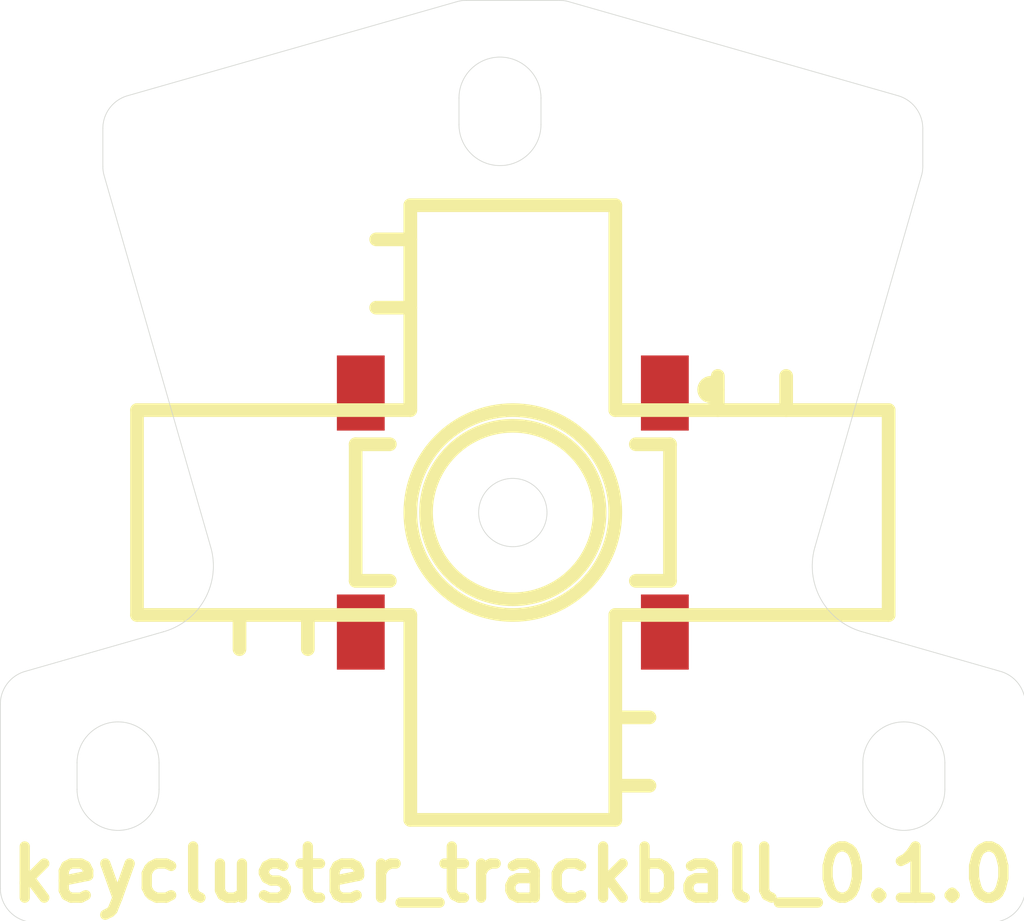
<source format=kicad_pcb>
(kicad_pcb (version 20171130) (host pcbnew 5.1.2-f72e74a~84~ubuntu18.04.1)

  (general
    (thickness 1.6)
    (drawings 38)
    (tracks 0)
    (zones 0)
    (modules 2)
    (nets 1)
  )

  (page A3)
  (layers
    (0 F.Cu signal)
    (31 B.Cu signal)
    (32 B.Adhes user)
    (33 F.Adhes user)
    (34 B.Paste user)
    (35 F.Paste user)
    (36 B.SilkS user)
    (37 F.SilkS user)
    (38 B.Mask user)
    (39 F.Mask user)
    (40 Dwgs.User user)
    (41 Cmts.User user)
    (42 Eco1.User user)
    (43 Eco2.User user)
    (44 Edge.Cuts user)
  )

  (setup
    (last_trace_width 0.254)
    (trace_clearance 0.254)
    (zone_clearance 0.508)
    (zone_45_only no)
    (trace_min 0.254)
    (via_size 0.889)
    (via_drill 0.635)
    (via_min_size 0.889)
    (via_min_drill 0.508)
    (uvia_size 0.508)
    (uvia_drill 0.127)
    (uvias_allowed no)
    (uvia_min_size 0.508)
    (uvia_min_drill 0.127)
    (edge_width 0.1)
    (segment_width 0.2)
    (pcb_text_width 0.3)
    (pcb_text_size 1.5 1.5)
    (mod_edge_width 0.15)
    (mod_text_size 1 1)
    (mod_text_width 0.15)
    (pad_size 1.5 1.5)
    (pad_drill 0.6)
    (pad_to_mask_clearance 0)
    (aux_axis_origin 0 0)
    (visible_elements 7FFFEFFF)
    (pcbplotparams
      (layerselection 0x00030_ffffffff)
      (usegerberextensions true)
      (usegerberattributes false)
      (usegerberadvancedattributes false)
      (creategerberjobfile false)
      (excludeedgelayer true)
      (linewidth 0.150000)
      (plotframeref false)
      (viasonmask false)
      (mode 1)
      (useauxorigin false)
      (hpglpennumber 1)
      (hpglpenspeed 20)
      (hpglpendiameter 15.000000)
      (psnegative false)
      (psa4output false)
      (plotreference true)
      (plotvalue true)
      (plotinvisibletext false)
      (padsonsilk false)
      (subtractmaskfromsilk false)
      (outputformat 1)
      (mirror false)
      (drillshape 1)
      (scaleselection 1)
      (outputdirectory ""))
  )

  (net 0 "")

  (net_class Default "This is the default net class."
    (clearance 0.254)
    (trace_width 0.254)
    (via_dia 0.889)
    (via_drill 0.635)
    (uvia_dia 0.508)
    (uvia_drill 0.127)
  )

  (module ugl:BlackberryTrackball (layer F.Cu) (tedit 5CE3F1AF) (tstamp 5CE40F34)
    (at 200 150)
    (fp_text reference REF** (at 0.4 -5.3) (layer F.SilkS) hide
      (effects (font (size 1 1) (thickness 0.15)))
    )
    (fp_text value BlackberryTrackball (at 0 5.4) (layer F.Fab)
      (effects (font (size 1 1) (thickness 0.15)))
    )
    (fp_line (start -4 1.5) (end -4 2) (layer F.SilkS) (width 0.2))
    (fp_line (start -3 1.5) (end -3 2) (layer F.SilkS) (width 0.2))
    (fp_line (start 4 -1.5) (end 4 -2) (layer F.SilkS) (width 0.2))
    (fp_line (start 3 -1.5) (end 3 -2) (layer F.SilkS) (width 0.2))
    (fp_line (start 1.5 3) (end 2 3) (layer F.SilkS) (width 0.2))
    (fp_line (start 1.5 4) (end 2 4) (layer F.SilkS) (width 0.2))
    (fp_line (start -1.5 -4) (end -2 -4) (layer F.SilkS) (width 0.2))
    (fp_line (start -1.5 -3) (end -2 -3) (layer F.SilkS) (width 0.2))
    (fp_line (start 1.5 -1.5) (end 1.5 -4.5) (layer F.SilkS) (width 0.2))
    (fp_line (start 5.5 -1.5) (end 1.5 -1.5) (layer F.SilkS) (width 0.2))
    (fp_line (start 5.5 1.5) (end 5.5 -1.5) (layer F.SilkS) (width 0.2))
    (fp_line (start 1.5 1.5) (end 5.5 1.5) (layer F.SilkS) (width 0.2))
    (fp_line (start 1.5 4.5) (end 1.5 1.5) (layer F.SilkS) (width 0.2))
    (fp_line (start -1.5 4.5) (end 1.5 4.5) (layer F.SilkS) (width 0.2))
    (fp_line (start -1.5 1.5) (end -1.5 4.5) (layer F.SilkS) (width 0.2))
    (fp_line (start -5.5 1.5) (end -1.5 1.5) (layer F.SilkS) (width 0.2))
    (fp_line (start -5.5 -1.5) (end -5.5 1.5) (layer F.SilkS) (width 0.2))
    (fp_line (start -1.5 -1.5) (end -5.5 -1.5) (layer F.SilkS) (width 0.2))
    (fp_line (start -1.5 -4.5) (end -1.5 -1.5) (layer F.SilkS) (width 0.2))
    (fp_line (start 1.5 -4.5) (end -1.5 -4.5) (layer F.SilkS) (width 0.2))
    (fp_circle (center 0 0) (end 1.5 0) (layer F.SilkS) (width 0.2))
    (pad "" np_thru_hole circle (at 4 0) (size 0.9 0.9) (drill 0.9) (layers *.Cu *.Mask))
    (pad "" np_thru_hole circle (at -4 0) (size 0.9 0.9) (drill 0.9) (layers *.Cu *.Mask))
  )

  (module ugl:TL3315NF250Q (layer F.Cu) (tedit 5CE3F1AB) (tstamp 5CE41FAA)
    (at 200 150)
    (fp_text reference REF** (at 0 -3) (layer F.SilkS) hide
      (effects (font (size 1 1) (thickness 0.15)))
    )
    (fp_text value TL3315NF250Q (at 0 3.1) (layer F.Fab)
      (effects (font (size 1 1) (thickness 0.15)))
    )
    (fp_circle (center 2.9 -1.8) (end 3 -1.8) (layer F.SilkS) (width 0.2))
    (fp_line (start 2.3 1) (end 2.3 -1) (layer F.SilkS) (width 0.2))
    (fp_line (start 1.8 1) (end 2.3 1) (layer F.SilkS) (width 0.2))
    (fp_line (start 2.3 -1) (end 1.8 -1) (layer F.SilkS) (width 0.2))
    (fp_line (start -2.3 1) (end -1.8 1) (layer F.SilkS) (width 0.2))
    (fp_line (start -2.3 -1) (end -2.3 1) (layer F.SilkS) (width 0.2))
    (fp_line (start -1.8 -1) (end -2.3 -1) (layer F.SilkS) (width 0.2))
    (fp_line (start 1.7 0.3) (end 1.7 1.3) (layer Cmts.User) (width 0.2))
    (fp_line (start 1.7 -0.5) (end 2 0.3) (layer Cmts.User) (width 0.2))
    (fp_line (start 1.7 -1.3) (end 1.7 -0.5) (layer Cmts.User) (width 0.2))
    (fp_line (start 2.25 2.25) (end 2.25 -2.25) (layer Cmts.User) (width 0.2))
    (fp_line (start -2.25 -2.25) (end -2.25 2.25) (layer Cmts.User) (width 0.2))
    (fp_line (start -2.25 2.25) (end 2.25 2.25) (layer Cmts.User) (width 0.2))
    (fp_line (start 2.25 -2.25) (end -2.25 -2.25) (layer Cmts.User) (width 0.2))
    (fp_circle (center 0 0) (end 1.27 0) (layer F.SilkS) (width 0.2))
    (pad 4 smd rect (at -2.225 -1.75 180) (size 0.7 1.1) (layers F.Cu F.Paste F.Mask))
    (pad 1 smd rect (at 2.225 -1.75) (size 0.7 1.1) (layers F.Cu F.Paste F.Mask))
    (pad 3 smd rect (at -2.225 1.75 180) (size 0.7 1.1) (layers F.Cu F.Paste F.Mask))
    (pad 2 smd rect (at 2.225 1.75) (size 0.7 1.1) (layers F.Cu F.Paste F.Mask))
  )

  (gr_text keycluster_trackball_0.1.0 (at 200 155.3) (layer F.SilkS)
    (effects (font (size 0.75 0.75) (thickness 0.15)))
  )
  (gr_circle (center 200 150) (end 200 150.5) (layer Edge.Cuts) (width 0.01))
  (gr_arc (start 193.000061 155.499932) (end 192.5 155.5) (angle -89.94233769) (layer Edge.Cuts) (width 0.01))
  (gr_arc (start 206.999932 155.499932) (end 207 156) (angle -89.94656462) (layer Edge.Cuts) (width 0.01))
  (gr_arc (start 206.999958 152.806933) (end 207.5 152.8069) (angle -73.95092213) (layer Edge.Cuts) (width 0.01))
  (gr_arc (start 205.4999 144.929704) (end 205.980629 145.067551) (angle -16.00065232) (layer Edge.Cuts) (width 0.01))
  (gr_arc (start 205.499951 144.377195) (end 206 144.377151) (angle -74.00576115) (layer Edge.Cuts) (width 0.01))
  (gr_arc (start 193.000042 152.806918) (end 192.862183 152.326263) (angle -73.9540134) (layer Edge.Cuts) (width 0.01))
  (gr_arc (start 194.5001 144.929704) (end 194 144.929733) (angle -15.32491997) (layer Edge.Cuts) (width 0.01))
  (gr_arc (start 194.500041 144.377195) (end 194.36264 143.896393) (angle -74.03002785) (layer Edge.Cuts) (width 0.01))
  (gr_arc (start 199.320057 143.000079) (end 199.32003 142.5) (angle -15.52577977) (layer Edge.Cuts) (width 0.01))
  (gr_arc (start 200.679943 143.000094) (end 200.817329 142.519241) (angle -15.68673609) (layer Edge.Cuts) (width 0.01))
  (gr_line (start 193 156) (end 207 156) (angle 90) (layer Edge.Cuts) (width 0.01))
  (gr_line (start 207.5 155.5) (end 207.5 152.8069) (angle 90) (layer Edge.Cuts) (width 0.01))
  (gr_line (start 207.137817 152.326263) (end 205.106544 151.743805) (angle 90) (layer Edge.Cuts) (width 0.01))
  (gr_line (start 206 144.929733) (end 206 144.377151) (angle 90) (layer Edge.Cuts) (width 0.01))
  (gr_line (start 205.63736 143.896393) (end 200.817329 142.519241) (angle 90) (layer Edge.Cuts) (width 0.01))
  (gr_line (start 192.5 152.8069) (end 192.5 155.5) (angle 90) (layer Edge.Cuts) (width 0.01))
  (gr_line (start 194.019371 145.067551) (end 195.579079 150.506912) (angle 90) (layer Edge.Cuts) (width 0.01))
  (gr_line (start 199.182671 142.519241) (end 194.36264 143.896393) (angle 90) (layer Edge.Cuts) (width 0.01))
  (gr_line (start 204.420921 150.506912) (end 205.980629 145.067551) (angle 90) (layer Edge.Cuts) (width 0.01))
  (gr_line (start 194.893456 151.743805) (end 192.862183 152.326263) (angle 90) (layer Edge.Cuts) (width 0.01))
  (gr_line (start 194 144.377151) (end 194 144.929733) (angle 90) (layer Edge.Cuts) (width 0.01))
  (gr_line (start 200.67997 142.5) (end 199.32003 142.5) (angle 90) (layer Edge.Cuts) (width 0.01))
  (gr_arc (start 205.382241 150.782508) (end 204.420921 150.506912) (angle -89.97810036) (layer Edge.Cuts) (width 0.01))
  (gr_arc (start 194.617759 150.782508) (end 194.893456 151.743805) (angle -89.98402348) (layer Edge.Cuts) (width 0.01))
  (gr_arc (start 194.22271 154.052801) (end 193.622711 154.054153) (angle -179.7418009) (layer Edge.Cuts) (width 0.01))
  (gr_line (start 194.822708 153.665359) (end 194.822708 154.054153) (angle 90) (layer Edge.Cuts) (width 0.01))
  (gr_arc (start 194.22271 153.666711) (end 194.822708 153.665359) (angle -179.7418009) (layer Edge.Cuts) (width 0.01))
  (gr_line (start 193.622711 154.054153) (end 193.622711 153.665359) (angle 90) (layer Edge.Cuts) (width 0.01))
  (gr_arc (start 205.72271 154.052801) (end 205.122711 154.054153) (angle -179.7418009) (layer Edge.Cuts) (width 0.01))
  (gr_line (start 206.322708 153.665359) (end 206.322708 154.054153) (angle 90) (layer Edge.Cuts) (width 0.01))
  (gr_arc (start 205.72271 153.666711) (end 206.322708 153.665359) (angle -179.7418009) (layer Edge.Cuts) (width 0.01))
  (gr_line (start 205.122711 154.054153) (end 205.122711 153.665359) (angle 90) (layer Edge.Cuts) (width 0.01))
  (gr_arc (start 199.812218 143.932459) (end 200.412216 143.931107) (angle -179.7418009) (layer Edge.Cuts) (width 0.01))
  (gr_line (start 199.212219 144.319901) (end 199.212219 143.931107) (angle 90) (layer Edge.Cuts) (width 0.01))
  (gr_arc (start 199.812218 144.318549) (end 199.212219 144.319901) (angle -179.7418009) (layer Edge.Cuts) (width 0.01))
  (gr_line (start 200.412216 143.931107) (end 200.412216 144.319901) (angle 90) (layer Edge.Cuts) (width 0.01))

)

</source>
